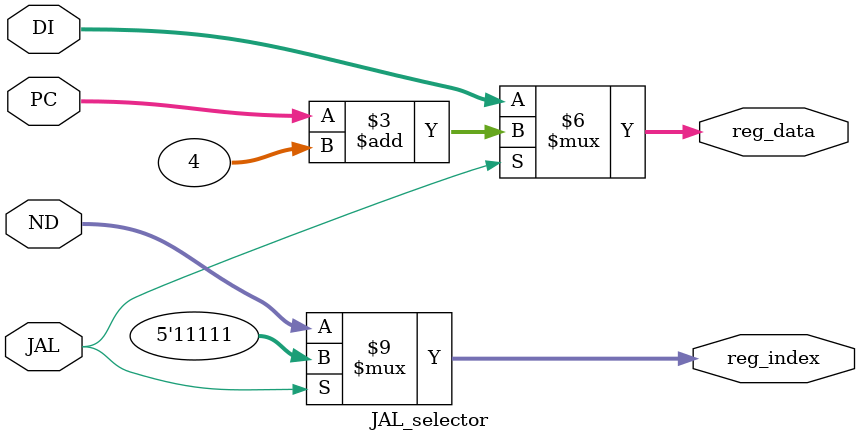
<source format=v>
module JAL_selector(ND, DI, PC, JAL, reg_index, reg_data);
	input[4:0] ND;
	input[31:0] DI;
	input[31:0] PC;
	input JAL;
	output reg[4:0] reg_index;
	output reg[31:0] reg_data;

	initial begin
		reg_index = 5'b00000;
		reg_data = 32'h00000000;
	end
	always @(ND or DI or JAL) begin
		if (JAL == 0) begin
			reg_index = ND;
		  reg_data = DI;
		end
		else begin
			reg_index = 5'b11111;
			reg_data = PC + 4;
		end
	end
endmodule
</source>
